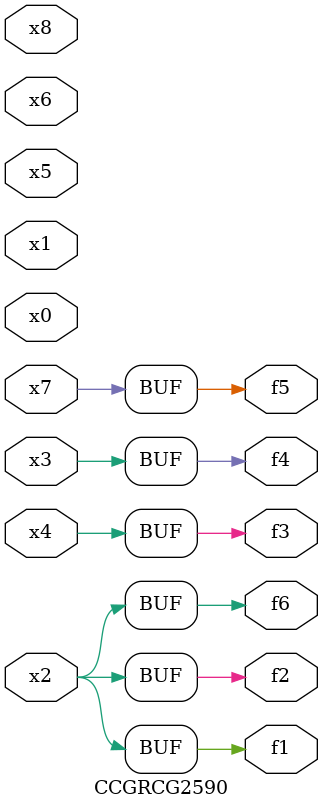
<source format=v>
module CCGRCG2590(
	input x0, x1, x2, x3, x4, x5, x6, x7, x8,
	output f1, f2, f3, f4, f5, f6
);
	assign f1 = x2;
	assign f2 = x2;
	assign f3 = x4;
	assign f4 = x3;
	assign f5 = x7;
	assign f6 = x2;
endmodule

</source>
